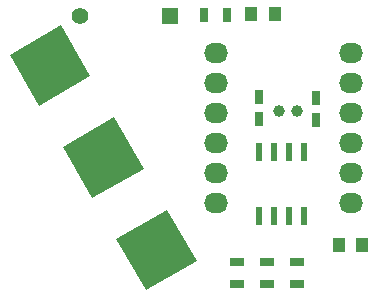
<source format=gts>
G04 #@! TF.FileFunction,Soldermask,Top*
%FSLAX46Y46*%
G04 Gerber Fmt 4.6, Leading zero omitted, Abs format (unit mm)*
G04 Created by KiCad (PCBNEW (2015-04-22 BZR 5620)-product) date 06/08/2015 11:32:43*
%MOMM*%
G01*
G04 APERTURE LIST*
%ADD10C,0.100000*%
%ADD11O,2.032000X1.727200*%
%ADD12R,1.000000X1.250000*%
%ADD13R,0.750000X1.200000*%
%ADD14R,1.397000X1.397000*%
%ADD15C,1.397000*%
%ADD16R,1.300000X0.700000*%
%ADD17R,0.700000X1.300000*%
%ADD18R,0.600000X1.550000*%
%ADD19C,1.000760*%
G04 APERTURE END LIST*
D10*
D11*
X202565000Y-103632000D03*
X202565000Y-106172000D03*
X202565000Y-108712000D03*
X202565000Y-111252000D03*
X202565000Y-113792000D03*
X202565000Y-116332000D03*
X213995000Y-103632000D03*
X213995000Y-106172000D03*
X213995000Y-108712000D03*
X213995000Y-111252000D03*
X213995000Y-113792000D03*
X213995000Y-116332000D03*
D12*
X212995000Y-119824500D03*
X214995000Y-119824500D03*
D13*
X211074000Y-109281000D03*
X211074000Y-107381000D03*
X206248000Y-109217500D03*
X206248000Y-107317500D03*
D12*
X207565500Y-100330000D03*
X205565500Y-100330000D03*
D14*
X198691500Y-100457000D03*
D15*
X191071500Y-100457000D03*
D16*
X209486500Y-123187500D03*
X209486500Y-121287500D03*
X206946500Y-123187500D03*
X206946500Y-121287500D03*
X204406500Y-123187500D03*
X204406500Y-121287500D03*
D17*
X203515000Y-100393500D03*
X201615000Y-100393500D03*
D18*
X210058000Y-117381000D03*
X208788000Y-117381000D03*
X207518000Y-117381000D03*
X206248000Y-117381000D03*
X206248000Y-111981000D03*
X207518000Y-111981000D03*
X208788000Y-111981000D03*
X210058000Y-111981000D03*
D10*
G36*
X200963564Y-121182515D02*
X196633436Y-123682515D01*
X194133436Y-119352387D01*
X198463564Y-116852387D01*
X200963564Y-121182515D01*
X200963564Y-121182515D01*
G37*
G36*
X191946564Y-105564613D02*
X187616436Y-108064613D01*
X185116436Y-103734485D01*
X189446564Y-101234485D01*
X191946564Y-105564613D01*
X191946564Y-105564613D01*
G37*
G36*
X196455064Y-113373564D02*
X192124936Y-115873564D01*
X189624936Y-111543436D01*
X193955064Y-109043436D01*
X196455064Y-113373564D01*
X196455064Y-113373564D01*
G37*
D19*
X207911700Y-108521500D03*
X209410300Y-108521500D03*
M02*

</source>
